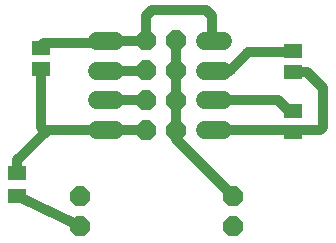
<source format=gbl>
G75*
%MOIN*%
%OFA0B0*%
%FSLAX25Y25*%
%IPPOS*%
%LPD*%
%AMOC8*
5,1,8,0,0,1.08239X$1,22.5*
%
%ADD10R,0.05906X0.05118*%
%ADD11OC8,0.06600*%
%ADD12R,0.06299X0.05118*%
%ADD13C,0.06000*%
%ADD14C,0.03200*%
%ADD15R,0.03962X0.03962*%
D10*
X0034000Y0064654D03*
X0034000Y0071346D03*
X0118000Y0070346D03*
X0118000Y0063654D03*
X0118000Y0050346D03*
X0118000Y0043654D03*
D11*
X0098000Y0022000D03*
X0098000Y0012000D03*
X0079000Y0044000D03*
X0069000Y0044000D03*
X0069000Y0054000D03*
X0079000Y0054000D03*
X0079000Y0064000D03*
X0069000Y0064000D03*
X0069000Y0074000D03*
X0079000Y0074000D03*
X0047000Y0022000D03*
X0047000Y0012000D03*
D12*
X0026000Y0022260D03*
X0026000Y0029740D03*
D13*
X0052606Y0044236D02*
X0058606Y0044236D01*
X0058606Y0054079D02*
X0052606Y0054079D01*
X0052606Y0063921D02*
X0058606Y0063921D01*
X0058606Y0073764D02*
X0052606Y0073764D01*
X0088394Y0073764D02*
X0094394Y0073764D01*
X0094394Y0063921D02*
X0088394Y0063921D01*
X0088394Y0054079D02*
X0094394Y0054079D01*
X0094394Y0044236D02*
X0088394Y0044236D01*
D14*
X0026000Y0022260D02*
X0026000Y0022000D01*
X0047000Y0012000D01*
X0026000Y0029740D02*
X0026000Y0034000D01*
X0035500Y0043500D01*
X0034000Y0045000D01*
X0034000Y0064654D01*
X0034000Y0071346D02*
X0034000Y0072000D01*
X0035000Y0073000D01*
X0054843Y0073000D01*
X0055606Y0073764D01*
X0068764Y0073764D01*
X0069000Y0074000D01*
X0069000Y0082000D01*
X0071000Y0084000D01*
X0089000Y0084000D01*
X0091000Y0082000D01*
X0091000Y0074157D01*
X0091394Y0073764D01*
X0096921Y0063921D02*
X0103000Y0070000D01*
X0117654Y0070000D01*
X0118000Y0070346D01*
X0118000Y0063654D02*
X0122346Y0063654D01*
X0128000Y0058000D01*
X0128000Y0045000D01*
X0127000Y0044000D01*
X0118346Y0044000D01*
X0118000Y0043654D01*
X0117417Y0044236D01*
X0091394Y0044236D01*
X0079000Y0044000D02*
X0079000Y0041000D01*
X0098000Y0022000D01*
X0079000Y0044000D02*
X0079000Y0054000D01*
X0079000Y0064000D01*
X0079000Y0074000D01*
X0069000Y0064000D02*
X0068921Y0063921D01*
X0055606Y0063921D01*
X0055606Y0054079D02*
X0068921Y0054079D01*
X0069000Y0054000D01*
X0068764Y0044236D02*
X0055606Y0044236D01*
X0055370Y0044000D01*
X0036000Y0044000D01*
X0035500Y0043500D01*
X0068764Y0044236D02*
X0069000Y0044000D01*
X0091394Y0054079D02*
X0091472Y0054000D01*
X0113000Y0054000D01*
X0116654Y0050346D01*
X0118000Y0050346D01*
X0096921Y0063921D02*
X0091394Y0063921D01*
D15*
X0091472Y0054000D03*
M02*

</source>
